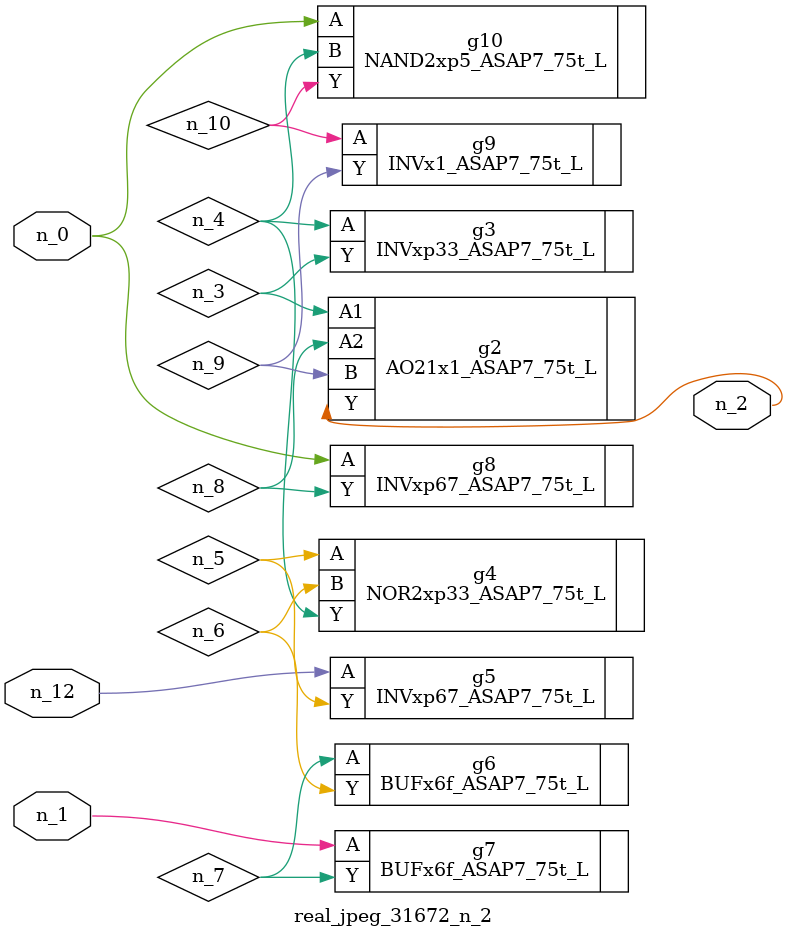
<source format=v>
module real_jpeg_31672_n_2 (n_12, n_1, n_0, n_2);

input n_12;
input n_1;
input n_0;

output n_2;

wire n_5;
wire n_8;
wire n_4;
wire n_6;
wire n_7;
wire n_3;
wire n_10;
wire n_9;

INVxp67_ASAP7_75t_L g8 ( 
.A(n_0),
.Y(n_8)
);

NAND2xp5_ASAP7_75t_L g10 ( 
.A(n_0),
.B(n_4),
.Y(n_10)
);

BUFx6f_ASAP7_75t_L g7 ( 
.A(n_1),
.Y(n_7)
);

AO21x1_ASAP7_75t_L g2 ( 
.A1(n_3),
.A2(n_8),
.B(n_9),
.Y(n_2)
);

INVxp33_ASAP7_75t_L g3 ( 
.A(n_4),
.Y(n_3)
);

NOR2xp33_ASAP7_75t_L g4 ( 
.A(n_5),
.B(n_6),
.Y(n_4)
);

BUFx6f_ASAP7_75t_L g6 ( 
.A(n_7),
.Y(n_6)
);

INVx1_ASAP7_75t_L g9 ( 
.A(n_10),
.Y(n_9)
);

INVxp67_ASAP7_75t_L g5 ( 
.A(n_12),
.Y(n_5)
);


endmodule
</source>
